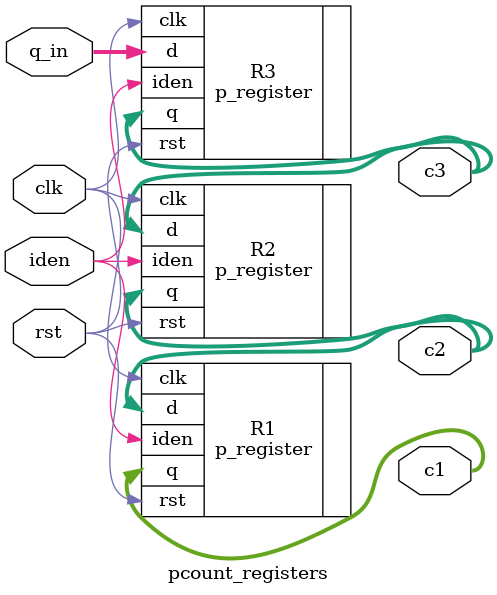
<source format=sv>
`timescale 1ns / 1ps


module pcount_registers( input logic clk, iden,rst,
                        input logic [3:0] q_in, 
                        output logic[3:0] c1 ,c2,c3 );
                       

//Instantiating Registers

p_register R3 (.clk,.iden,.rst(rst), .d(q_in),.q(c3)) ; 
p_register R2 (.clk,.iden,.rst(rst), .d(c3),.q(c2)) ;
p_register R1 (.clk,.iden,.rst(rst), .d(c2),.q(c1)) ;
 
 
                       
                    

   
endmodule

</source>
